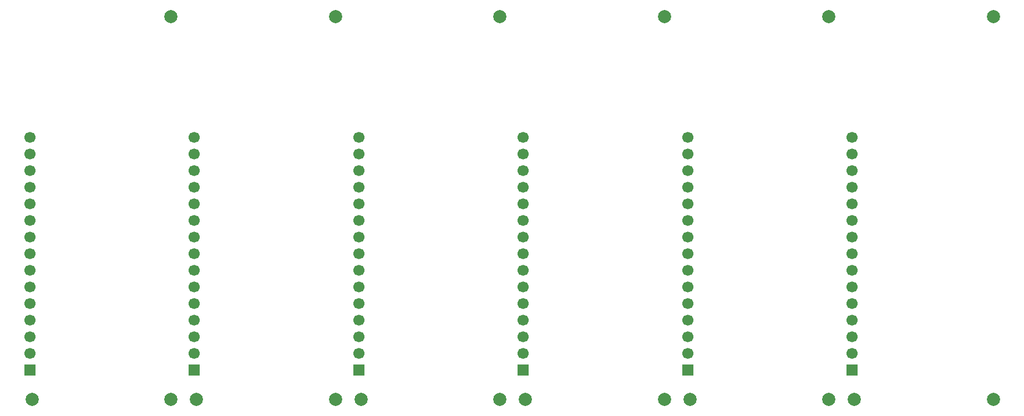
<source format=gbs>
G04*
G04 #@! TF.GenerationSoftware,Altium Limited,Altium Designer,18.0.12 (696)*
G04*
G04 Layer_Color=16711935*
%FSLAX44Y44*%
%MOMM*%
G71*
G01*
G75*
%ADD54C,2.0000*%
%ADD55C,1.7000*%
%ADD56R,1.7000X1.7000*%
D54*
X218250Y217250D02*
D03*
X430250Y217750D02*
D03*
Y802750D02*
D03*
X469250Y217250D02*
D03*
X681250Y217750D02*
D03*
Y802750D02*
D03*
X720250Y217250D02*
D03*
X932250Y217750D02*
D03*
Y802750D02*
D03*
X971250Y217250D02*
D03*
X1183250Y217750D02*
D03*
Y802750D02*
D03*
X1222250Y217250D02*
D03*
X1434250Y217750D02*
D03*
Y802750D02*
D03*
X1473250Y217250D02*
D03*
X1685250Y217750D02*
D03*
Y802750D02*
D03*
D55*
X215000Y491300D02*
D03*
Y465900D02*
D03*
Y415100D02*
D03*
Y389700D02*
D03*
Y592900D02*
D03*
Y338900D02*
D03*
Y516700D02*
D03*
Y288100D02*
D03*
Y542100D02*
D03*
Y313500D02*
D03*
Y567500D02*
D03*
Y364300D02*
D03*
Y618300D02*
D03*
Y440500D02*
D03*
X466000Y491300D02*
D03*
Y465900D02*
D03*
Y415100D02*
D03*
Y389700D02*
D03*
Y592900D02*
D03*
Y338900D02*
D03*
Y516700D02*
D03*
Y288100D02*
D03*
Y542100D02*
D03*
Y313500D02*
D03*
Y567500D02*
D03*
Y364300D02*
D03*
Y618300D02*
D03*
Y440500D02*
D03*
X717000Y491300D02*
D03*
Y465900D02*
D03*
Y415100D02*
D03*
Y389700D02*
D03*
Y592900D02*
D03*
Y338900D02*
D03*
Y516700D02*
D03*
Y288100D02*
D03*
Y542100D02*
D03*
Y313500D02*
D03*
Y567500D02*
D03*
Y364300D02*
D03*
Y618300D02*
D03*
Y440500D02*
D03*
X968000Y491300D02*
D03*
Y465900D02*
D03*
Y415100D02*
D03*
Y389700D02*
D03*
Y592900D02*
D03*
Y338900D02*
D03*
Y516700D02*
D03*
Y288100D02*
D03*
Y542100D02*
D03*
Y313500D02*
D03*
Y567500D02*
D03*
Y364300D02*
D03*
Y618300D02*
D03*
Y440500D02*
D03*
X1219000Y491300D02*
D03*
Y465900D02*
D03*
Y415100D02*
D03*
Y389700D02*
D03*
Y592900D02*
D03*
Y338900D02*
D03*
Y516700D02*
D03*
Y288100D02*
D03*
Y542100D02*
D03*
Y313500D02*
D03*
Y567500D02*
D03*
Y364300D02*
D03*
Y618300D02*
D03*
Y440500D02*
D03*
X1470000Y491300D02*
D03*
Y465900D02*
D03*
Y415100D02*
D03*
Y389700D02*
D03*
Y592900D02*
D03*
Y338900D02*
D03*
Y516700D02*
D03*
Y288100D02*
D03*
Y542100D02*
D03*
Y313500D02*
D03*
Y567500D02*
D03*
Y364300D02*
D03*
Y618300D02*
D03*
Y440500D02*
D03*
D56*
X215000Y262700D02*
D03*
X466000D02*
D03*
X717000D02*
D03*
X968000D02*
D03*
X1219000D02*
D03*
X1470000D02*
D03*
M02*

</source>
